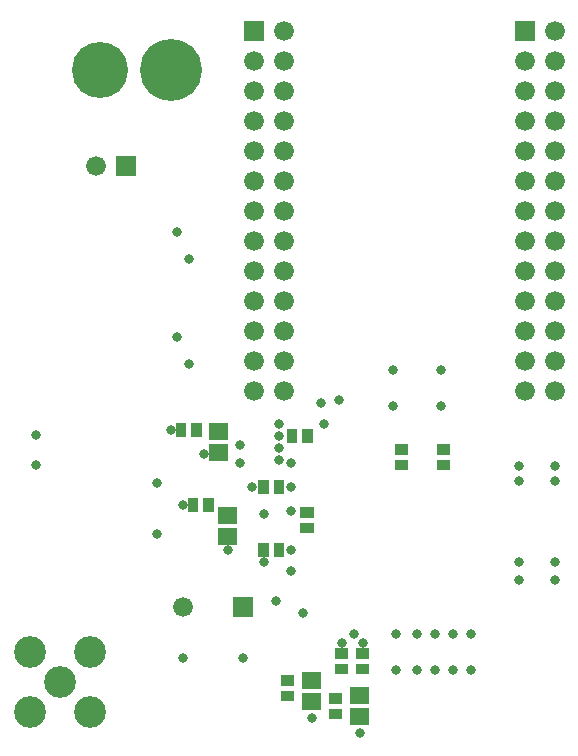
<source format=gbr>
G04 start of page 9 for group -4062 idx -4062 *
G04 Title: (unknown), soldermask *
G04 Creator: pcb 1.99z *
G04 CreationDate: Sun 01 Aug 2010 05:53:12 AM GMT UTC *
G04 For: jensen *
G04 Format: Gerber/RS-274X *
G04 PCB-Dimensions: 200000 250000 *
G04 PCB-Coordinate-Origin: lower left *
%MOIN*%
%FSLAX25Y25*%
%LNBACKMASK*%
%ADD11C,0.0200*%
%ADD38C,0.0660*%
%ADD39C,0.1871*%
%ADD40C,0.2068*%
%ADD41C,0.1060*%
%ADD42C,0.0320*%
%ADD45R,0.0355X0.0355*%
%ADD46R,0.0572X0.0572*%
G54D38*X87900Y190000D03*
Y180000D03*
Y170000D03*
X97900Y190000D03*
Y180000D03*
Y170000D03*
Y160000D03*
Y150000D03*
Y140000D03*
X87900Y160000D03*
Y150000D03*
Y140000D03*
Y130000D03*
X97900D03*
X87900Y120000D03*
X97900D03*
X87900Y220000D03*
X97900D03*
X87900Y210000D03*
X97900D03*
G54D11*G36*
X84600Y243300D02*Y236700D01*
X91200D01*
Y243300D01*
X84600D01*
G37*
G54D38*X97900Y240000D03*
X87900Y230000D03*
X97900D03*
X87900Y200000D03*
X97900D03*
G54D11*G36*
X41700Y198300D02*Y191700D01*
X48300D01*
Y198300D01*
X41700D01*
G37*
G54D38*X35000Y195000D03*
G54D39*X36377Y227000D03*
G54D40*X60000D03*
G54D11*G36*
X174700Y243300D02*Y236700D01*
X181300D01*
Y243300D01*
X174700D01*
G37*
G54D38*X188000Y240000D03*
X178000Y230000D03*
X188000D03*
X178000Y220000D03*
X188000D03*
X178000Y210000D03*
X188000D03*
Y200000D03*
Y190000D03*
X178000Y200000D03*
Y190000D03*
Y180000D03*
Y170000D03*
Y160000D03*
Y150000D03*
X188000Y180000D03*
Y170000D03*
Y160000D03*
Y150000D03*
X178000Y140000D03*
X188000D03*
Y130000D03*
Y120000D03*
X178000Y130000D03*
Y120000D03*
G54D11*G36*
X80700Y51300D02*Y44700D01*
X87300D01*
Y51300D01*
X80700D01*
G37*
G54D38*X64000Y48000D03*
G54D41*X13000Y33000D03*
X33000D03*
X23000Y23000D03*
X13000Y13000D03*
X33000D03*
G54D42*X62000Y138000D03*
Y173000D03*
X66000Y129000D03*
Y164000D03*
X15000Y95500D03*
Y105500D03*
X71000Y99000D03*
X83000Y96000D03*
Y102000D03*
X60000Y107000D03*
X55500Y89500D03*
X91000Y79000D03*
X87000Y88000D03*
X84000Y31000D03*
X79000Y67000D03*
X91000Y63000D03*
X55500Y72500D03*
X64000Y82000D03*
Y31000D03*
X150000Y127000D03*
Y115000D03*
X135000Y39000D03*
Y27000D03*
X154000Y39000D03*
X160000D03*
X142000D03*
X148000D03*
X121000D03*
X142000Y27000D03*
X160000D03*
X154000D03*
X148000D03*
X117000Y36000D03*
X124000D03*
X134000Y115000D03*
X116000Y117000D03*
X134000Y127000D03*
X100000Y60000D03*
Y80000D03*
Y88000D03*
Y67000D03*
X95000Y50000D03*
X104000Y46000D03*
X100000Y96000D03*
X96000Y101000D03*
Y97000D03*
X110000Y116000D03*
X107000Y11000D03*
X123000Y6000D03*
X111000Y109000D03*
X96000D03*
Y105000D03*
X188000Y63000D03*
Y57000D03*
X176000Y63000D03*
Y57000D03*
Y90000D03*
Y95000D03*
X188000Y90000D03*
Y95000D03*
G54D45*X90941Y88492D02*Y87508D01*
X96059Y88492D02*Y87508D01*
X100441Y105492D02*Y104508D01*
X105559Y105492D02*Y104508D01*
G54D46*X75607Y99457D02*X76393D01*
X75607Y106543D02*X76393D01*
G54D45*X63441Y107492D02*Y106508D01*
X68559Y107492D02*Y106508D01*
X123508Y32559D02*X124492D01*
X136508Y95441D02*X137492D01*
X136508Y100559D02*X137492D01*
X150508Y95441D02*X151492D01*
X150508Y100559D02*X151492D01*
G54D46*X78607Y71457D02*X79393D01*
X78607Y78543D02*X79393D01*
G54D45*X67441Y82492D02*Y81508D01*
X72559Y82492D02*Y81508D01*
G54D46*X106607Y16457D02*X107393D01*
X106607Y23543D02*X107393D01*
G54D45*X98508Y23559D02*X99492D01*
X98508Y18441D02*X99492D01*
X116508Y27441D02*X117492D01*
G54D46*X122607Y11457D02*X123393D01*
X122607Y18543D02*X123393D01*
G54D45*X123508Y27441D02*X124492D01*
X114508Y12441D02*X115492D01*
X114508Y17559D02*X115492D01*
X104949Y79559D02*X105933D01*
X104949Y74441D02*X105933D01*
X90941Y67492D02*Y66508D01*
X96059Y67492D02*Y66508D01*
X116508Y32559D02*X117492D01*
M02*

</source>
